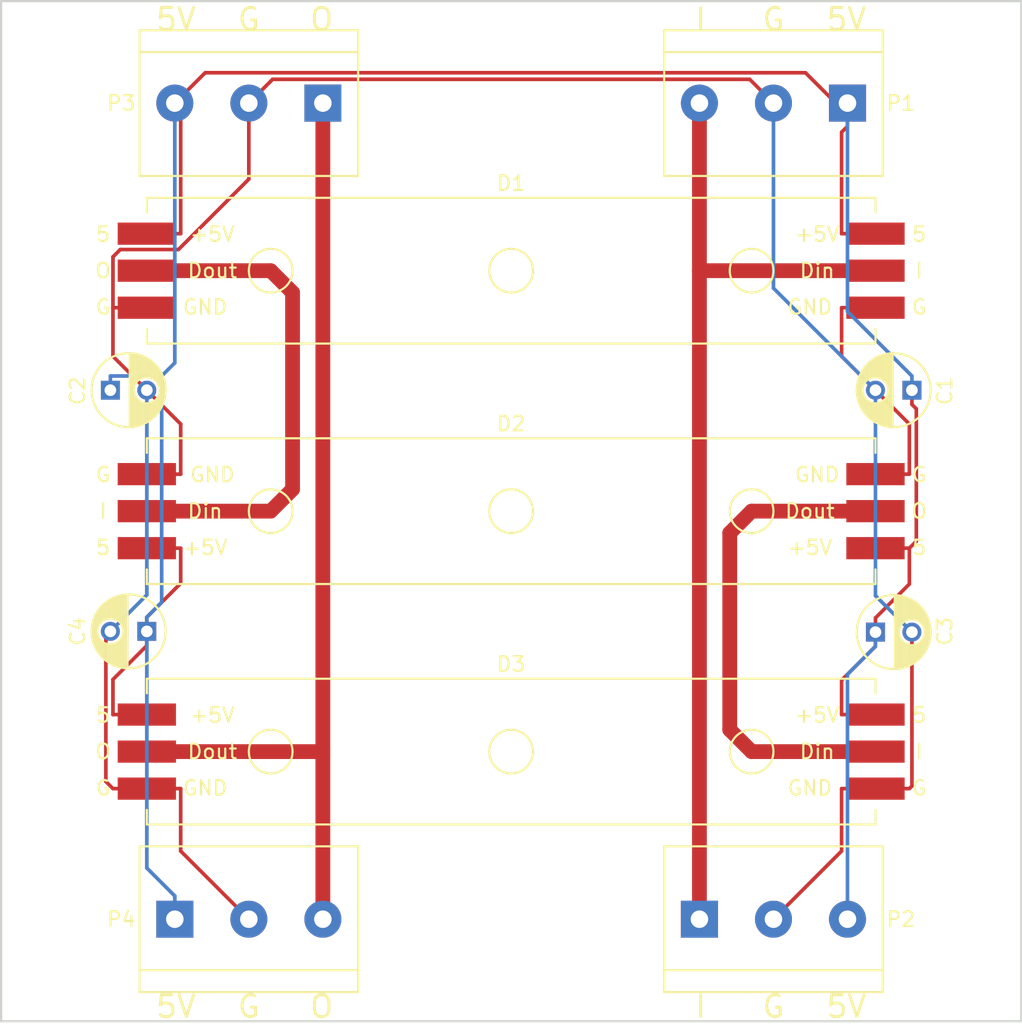
<source format=kicad_pcb>
(kicad_pcb (version 20171130) (host pcbnew "(5.1.12)-1")

  (general
    (thickness 1.6)
    (drawings 16)
    (tracks 102)
    (zones 0)
    (modules 11)
    (nets 7)
  )

  (page A4)
  (layers
    (0 F.Cu signal)
    (31 B.Cu signal)
    (32 B.Adhes user)
    (33 F.Adhes user)
    (34 B.Paste user)
    (35 F.Paste user)
    (36 B.SilkS user hide)
    (37 F.SilkS user)
    (38 B.Mask user)
    (39 F.Mask user)
    (40 Dwgs.User user)
    (41 Cmts.User user)
    (42 Eco1.User user)
    (43 Eco2.User user)
    (44 Edge.Cuts user)
    (45 Margin user)
    (46 B.CrtYd user)
    (47 F.CrtYd user)
    (48 B.Fab user)
    (49 F.Fab user hide)
  )

  (setup
    (last_trace_width 0.25)
    (user_trace_width 0.254)
    (user_trace_width 0.508)
    (user_trace_width 1.016)
    (user_trace_width 2.032)
    (user_trace_width 2.54)
    (trace_clearance 0.2)
    (zone_clearance 0.4)
    (zone_45_only no)
    (trace_min 0.2)
    (via_size 0.6)
    (via_drill 0.4)
    (via_min_size 0.4)
    (via_min_drill 0.3)
    (user_via 0.8 0.4)
    (user_via 1.2 0.6)
    (uvia_size 0.3)
    (uvia_drill 0.1)
    (uvias_allowed no)
    (uvia_min_size 0.2)
    (uvia_min_drill 0.1)
    (edge_width 0.15)
    (segment_width 0.2)
    (pcb_text_width 0.3)
    (pcb_text_size 1.5 1.5)
    (mod_edge_width 0.15)
    (mod_text_size 1 1)
    (mod_text_width 0.15)
    (pad_size 4 1.524)
    (pad_drill 0)
    (pad_to_mask_clearance 0.2)
    (aux_axis_origin 142.4 132.3)
    (grid_origin 177.4 97.3)
    (visible_elements 7FFEFFFF)
    (pcbplotparams
      (layerselection 0x00030_80000001)
      (usegerberextensions false)
      (usegerberattributes true)
      (usegerberadvancedattributes true)
      (creategerberjobfile true)
      (excludeedgelayer true)
      (linewidth 0.150000)
      (plotframeref false)
      (viasonmask false)
      (mode 1)
      (useauxorigin false)
      (hpglpennumber 1)
      (hpglpenspeed 20)
      (hpglpendiameter 15.000000)
      (psnegative false)
      (psa4output false)
      (plotreference true)
      (plotvalue true)
      (plotinvisibletext false)
      (padsonsilk false)
      (subtractmaskfromsilk false)
      (outputformat 1)
      (mirror false)
      (drillshape 1)
      (scaleselection 1)
      (outputdirectory ""))
  )

  (net 0 "")
  (net 1 +5V)
  (net 2 GND)
  (net 3 "Net-(D1-Pad2)")
  (net 4 "Net-(D1-Pad5)")
  (net 5 "Net-(D2-Pad5)")
  (net 6 "Net-(D3-Pad5)")

  (net_class Default "This is the default net class."
    (clearance 0.2)
    (trace_width 0.25)
    (via_dia 0.6)
    (via_drill 0.4)
    (uvia_dia 0.3)
    (uvia_drill 0.1)
    (add_net +5V)
    (add_net GND)
    (add_net "Net-(D1-Pad2)")
    (add_net "Net-(D1-Pad5)")
    (add_net "Net-(D2-Pad5)")
    (add_net "Net-(D3-Pad5)")
  )

  (module Connectors:bornier3 (layer F.Cu) (tedit 5912E7D3) (tstamp 0)
    (at 159.4 125.3)
    (descr "Bornier d'alimentation 3 pins")
    (tags DEV)
    (path /5912CCA6)
    (fp_text reference P4 (at -8.75 0) (layer F.SilkS)
      (effects (font (size 1 1) (thickness 0.15)))
    )
    (fp_text value CONN_01X03 (at 0 6) (layer F.Fab)
      (effects (font (size 1 1) (thickness 0.15)))
    )
    (fp_line (start -7.5 3.5) (end 7.5 3.5) (layer F.SilkS) (width 0.15))
    (fp_line (start -7.5 -5) (end 7.5 -5) (layer F.SilkS) (width 0.15))
    (fp_line (start 7.5 -5) (end 7.5 5) (layer F.SilkS) (width 0.15))
    (fp_line (start 7.5 5) (end -7.5 5) (layer F.SilkS) (width 0.15))
    (fp_line (start -7.5 5) (end -7.5 -5) (layer F.SilkS) (width 0.15))
    (pad 1 thru_hole rect (at -5.08 0) (size 2.54 2.54) (drill 1.2) (layers *.Cu *.Mask)
      (net 1 +5V))
    (pad 2 thru_hole circle (at 0 0) (size 2.54 2.54) (drill 1.2) (layers *.Cu *.Mask)
      (net 2 GND))
    (pad 3 thru_hole circle (at 5.08 0) (size 2.54 2.54) (drill 1.2) (layers *.Cu *.Mask)
      (net 6 "Net-(D3-Pad5)"))
    (model Connect.3dshapes/bornier3.wrl
      (at (xyz 0 0 0))
      (scale (xyz 1 1 1))
      (rotate (xyz 0 0 0))
    )
  )

  (module Connectors:bornier3 (layer F.Cu) (tedit 0) (tstamp 5913E7FA)
    (at 195.4 125.3)
    (descr "Bornier d'alimentation 3 pins")
    (tags DEV)
    (path /5912CE74)
    (fp_text reference P2 (at 8.75 0) (layer F.SilkS)
      (effects (font (size 1 1) (thickness 0.15)))
    )
    (fp_text value CONN_01X03 (at 0 6) (layer F.Fab)
      (effects (font (size 1 1) (thickness 0.15)))
    )
    (fp_line (start -7.5 3.5) (end 7.5 3.5) (layer F.SilkS) (width 0.15))
    (fp_line (start -7.5 -5) (end 7.5 -5) (layer F.SilkS) (width 0.15))
    (fp_line (start 7.5 -5) (end 7.5 5) (layer F.SilkS) (width 0.15))
    (fp_line (start 7.5 5) (end -7.5 5) (layer F.SilkS) (width 0.15))
    (fp_line (start -7.5 5) (end -7.5 -5) (layer F.SilkS) (width 0.15))
    (pad 1 thru_hole rect (at -5.08 0) (size 2.54 2.54) (drill 1.2) (layers *.Cu *.Mask)
      (net 3 "Net-(D1-Pad2)"))
    (pad 2 thru_hole circle (at 0 0) (size 2.54 2.54) (drill 1.2) (layers *.Cu *.Mask)
      (net 2 GND))
    (pad 3 thru_hole circle (at 5.08 0) (size 2.54 2.54) (drill 1.2) (layers *.Cu *.Mask)
      (net 1 +5V))
    (model Connect.3dshapes/bornier3.wrl
      (at (xyz 0 0 0))
      (scale (xyz 1 1 1))
      (rotate (xyz 0 0 0))
    )
  )

  (module Connectors:bornier3 (layer F.Cu) (tedit 5912E50C) (tstamp 0)
    (at 159.4 69.3 180)
    (descr "Bornier d'alimentation 3 pins")
    (tags DEV)
    (path /5912CB77)
    (fp_text reference P3 (at 8.75 0 180) (layer F.SilkS)
      (effects (font (size 1 1) (thickness 0.15)))
    )
    (fp_text value CONN_01X03 (at 0 6 180) (layer F.Fab)
      (effects (font (size 1 1) (thickness 0.15)))
    )
    (fp_line (start -7.5 3.5) (end 7.5 3.5) (layer F.SilkS) (width 0.15))
    (fp_line (start 7.5 -5) (end -7.5 -5) (layer F.SilkS) (width 0.15))
    (fp_line (start -7.5 -5) (end -7.5 5) (layer F.SilkS) (width 0.15))
    (fp_line (start -7.5 5) (end 7.5 5) (layer F.SilkS) (width 0.15))
    (fp_line (start 7.5 5) (end 7.5 -5) (layer F.SilkS) (width 0.15))
    (pad 1 thru_hole rect (at -5.08 0 180) (size 2.54 2.54) (drill 1.2) (layers *.Cu *.Mask)
      (net 6 "Net-(D3-Pad5)"))
    (pad 2 thru_hole circle (at 0 0 180) (size 2.54 2.54) (drill 1.2) (layers *.Cu *.Mask)
      (net 2 GND))
    (pad 3 thru_hole circle (at 5.08 0 180) (size 2.54 2.54) (drill 1.2) (layers *.Cu *.Mask)
      (net 1 +5V))
    (model Connect.3dshapes/bornier3.wrl
      (at (xyz 0 0 0))
      (scale (xyz 1 1 1))
      (rotate (xyz 0 0 0))
    )
  )

  (module Connectors:bornier3 (layer F.Cu) (tedit 5912E50F) (tstamp 5913E7EE)
    (at 195.4 69.3 180)
    (descr "Bornier d'alimentation 3 pins")
    (tags DEV)
    (path /5912CE1C)
    (fp_text reference P1 (at -8.75 0 180) (layer F.SilkS)
      (effects (font (size 1 1) (thickness 0.15)))
    )
    (fp_text value CONN_01X03 (at 0 6 180) (layer F.Fab)
      (effects (font (size 1 1) (thickness 0.15)))
    )
    (fp_line (start -7.5 3.5) (end 7.5 3.5) (layer F.SilkS) (width 0.15))
    (fp_line (start -7.5 -5) (end 7.5 -5) (layer F.SilkS) (width 0.15))
    (fp_line (start 7.5 -5) (end 7.5 5) (layer F.SilkS) (width 0.15))
    (fp_line (start 7.5 5) (end -7.5 5) (layer F.SilkS) (width 0.15))
    (fp_line (start -7.5 5) (end -7.5 -5) (layer F.SilkS) (width 0.15))
    (pad 1 thru_hole rect (at -5.08 0 180) (size 2.54 2.54) (drill 1.2) (layers *.Cu *.Mask)
      (net 1 +5V))
    (pad 2 thru_hole circle (at 0 0 180) (size 2.54 2.54) (drill 1.2) (layers *.Cu *.Mask)
      (net 2 GND))
    (pad 3 thru_hole circle (at 5.08 0 180) (size 2.54 2.54) (drill 1.2) (layers *.Cu *.Mask)
      (net 3 "Net-(D1-Pad2)"))
    (model Connect.3dshapes/bornier3.wrl
      (at (xyz 0 0 0))
      (scale (xyz 1 1 1))
      (rotate (xyz 0 0 0))
    )
  )

  (module Capacitors_THT:C_Radial_D5_L6_P2.5 (layer F.Cu) (tedit 5912EE15) (tstamp 5913F9A7)
    (at 152.4 105.55 180)
    (descr "Radial Electrolytic Capacitor Diameter 5mm x Length 6mm, Pitch 2.5mm")
    (tags "Electrolytic Capacitor")
    (path /59132E7D)
    (fp_text reference C4 (at 4.75 0 270) (layer F.SilkS)
      (effects (font (size 1 1) (thickness 0.15)))
    )
    (fp_text value 10u (at 1.25 3.8 180) (layer F.Fab)
      (effects (font (size 1 1) (thickness 0.15)))
    )
    (fp_line (start 1.325 -2.499) (end 1.325 2.499) (layer F.SilkS) (width 0.15))
    (fp_line (start 1.465 -2.491) (end 1.465 2.491) (layer F.SilkS) (width 0.15))
    (fp_line (start 1.605 -2.475) (end 1.605 -0.095) (layer F.SilkS) (width 0.15))
    (fp_line (start 1.605 0.095) (end 1.605 2.475) (layer F.SilkS) (width 0.15))
    (fp_line (start 1.745 -2.451) (end 1.745 -0.49) (layer F.SilkS) (width 0.15))
    (fp_line (start 1.745 0.49) (end 1.745 2.451) (layer F.SilkS) (width 0.15))
    (fp_line (start 1.885 -2.418) (end 1.885 -0.657) (layer F.SilkS) (width 0.15))
    (fp_line (start 1.885 0.657) (end 1.885 2.418) (layer F.SilkS) (width 0.15))
    (fp_line (start 2.025 -2.377) (end 2.025 -0.764) (layer F.SilkS) (width 0.15))
    (fp_line (start 2.025 0.764) (end 2.025 2.377) (layer F.SilkS) (width 0.15))
    (fp_line (start 2.165 -2.327) (end 2.165 -0.835) (layer F.SilkS) (width 0.15))
    (fp_line (start 2.165 0.835) (end 2.165 2.327) (layer F.SilkS) (width 0.15))
    (fp_line (start 2.305 -2.266) (end 2.305 -0.879) (layer F.SilkS) (width 0.15))
    (fp_line (start 2.305 0.879) (end 2.305 2.266) (layer F.SilkS) (width 0.15))
    (fp_line (start 2.445 -2.196) (end 2.445 -0.898) (layer F.SilkS) (width 0.15))
    (fp_line (start 2.445 0.898) (end 2.445 2.196) (layer F.SilkS) (width 0.15))
    (fp_line (start 2.585 -2.114) (end 2.585 -0.896) (layer F.SilkS) (width 0.15))
    (fp_line (start 2.585 0.896) (end 2.585 2.114) (layer F.SilkS) (width 0.15))
    (fp_line (start 2.725 -2.019) (end 2.725 -0.871) (layer F.SilkS) (width 0.15))
    (fp_line (start 2.725 0.871) (end 2.725 2.019) (layer F.SilkS) (width 0.15))
    (fp_line (start 2.865 -1.908) (end 2.865 -0.823) (layer F.SilkS) (width 0.15))
    (fp_line (start 2.865 0.823) (end 2.865 1.908) (layer F.SilkS) (width 0.15))
    (fp_line (start 3.005 -1.78) (end 3.005 -0.745) (layer F.SilkS) (width 0.15))
    (fp_line (start 3.005 0.745) (end 3.005 1.78) (layer F.SilkS) (width 0.15))
    (fp_line (start 3.145 -1.631) (end 3.145 -0.628) (layer F.SilkS) (width 0.15))
    (fp_line (start 3.145 0.628) (end 3.145 1.631) (layer F.SilkS) (width 0.15))
    (fp_line (start 3.285 -1.452) (end 3.285 -0.44) (layer F.SilkS) (width 0.15))
    (fp_line (start 3.285 0.44) (end 3.285 1.452) (layer F.SilkS) (width 0.15))
    (fp_line (start 3.425 -1.233) (end 3.425 1.233) (layer F.SilkS) (width 0.15))
    (fp_line (start 3.565 -0.944) (end 3.565 0.944) (layer F.SilkS) (width 0.15))
    (fp_line (start 3.705 -0.472) (end 3.705 0.472) (layer F.SilkS) (width 0.15))
    (fp_circle (center 2.5 0) (end 2.5 -0.9) (layer F.SilkS) (width 0.15))
    (fp_circle (center 1.25 0) (end 1.25 -2.5375) (layer F.SilkS) (width 0.15))
    (fp_circle (center 1.25 0) (end 1.25 -2.8) (layer F.CrtYd) (width 0.05))
    (pad 1 thru_hole rect (at 0 0 180) (size 1.3 1.3) (drill 0.8) (layers *.Cu *.Mask)
      (net 1 +5V))
    (pad 2 thru_hole circle (at 2.5 0 180) (size 1.3 1.3) (drill 0.8) (layers *.Cu *.Mask)
      (net 2 GND))
    (model Capacitors_ThroughHole.3dshapes/C_Radial_D5_L6_P2.5.wrl
      (offset (xyz 1.250000021226883 0 0))
      (scale (xyz 1 1 1))
      (rotate (xyz 0 0 90))
    )
  )

  (module Neowall:Neopixelx3 (layer F.Cu) (tedit 5912E4D3) (tstamp 5913EAC8)
    (at 152.4 97.3)
    (path /5912CAFF)
    (fp_text reference D2 (at 25 -6) (layer F.SilkS)
      (effects (font (size 1 1) (thickness 0.15)))
    )
    (fp_text value Neopixelx3 (at 26 -6) (layer F.Fab)
      (effects (font (size 1 1) (thickness 0.15)))
    )
    (fp_circle (center 8.5 0) (end 8.5 -1.5) (layer F.SilkS) (width 0.15))
    (fp_circle (center 41.5 0) (end 41.5 -1.5) (layer F.SilkS) (width 0.15))
    (fp_circle (center 25 0) (end 25 -1.5) (layer F.SilkS) (width 0.15))
    (fp_line (start 50 4) (end 50 5) (layer F.SilkS) (width 0.15))
    (fp_line (start 50 5) (end 0 5) (layer F.SilkS) (width 0.15))
    (fp_line (start 0 5) (end 0 4) (layer F.SilkS) (width 0.15))
    (fp_line (start 50 -5) (end 50 -4) (layer F.SilkS) (width 0.15))
    (fp_line (start 0 -4) (end 0 -5) (layer F.SilkS) (width 0.15))
    (fp_line (start 0 -5) (end 50 -5) (layer F.SilkS) (width 0.15))
    (fp_text user 5 (at 53 2.5) (layer F.SilkS)
      (effects (font (size 1 1) (thickness 0.15)))
    )
    (fp_text user O (at 53 0) (layer F.SilkS)
      (effects (font (size 1 1) (thickness 0.15)))
    )
    (fp_text user G (at 53 -2.5) (layer F.SilkS)
      (effects (font (size 1 1) (thickness 0.15)))
    )
    (fp_text user 5 (at -3 2.5) (layer F.SilkS)
      (effects (font (size 1 1) (thickness 0.15)))
    )
    (fp_text user I (at -3 0) (layer F.SilkS)
      (effects (font (size 1 1) (thickness 0.15)))
    )
    (fp_text user G (at -3 -2.5) (layer F.SilkS)
      (effects (font (size 1 1) (thickness 0.15)))
    )
    (fp_text user Dout (at 45.5 0) (layer F.SilkS)
      (effects (font (size 1 1) (thickness 0.15)))
    )
    (fp_text user Din (at 4 0) (layer F.SilkS)
      (effects (font (size 1 1) (thickness 0.15)))
    )
    (fp_text user +5V (at 45.5 2.5) (layer F.SilkS)
      (effects (font (size 1 1) (thickness 0.15)))
    )
    (fp_text user +5V (at 4 2.5) (layer F.SilkS)
      (effects (font (size 1 1) (thickness 0.15)))
    )
    (fp_text user GND (at 46 -2.5) (layer F.SilkS)
      (effects (font (size 1 1) (thickness 0.15)))
    )
    (fp_text user GND (at 4.5 -2.5) (layer F.SilkS)
      (effects (font (size 1 1) (thickness 0.15)))
    )
    (pad 1 smd rect (at 0 -2.54) (size 4 1.524) (layers F.Cu F.Paste F.Mask)
      (net 2 GND))
    (pad 2 smd rect (at 0 0) (size 4 1.524) (layers F.Cu F.Paste F.Mask)
      (net 4 "Net-(D1-Pad5)"))
    (pad 3 smd rect (at 0 2.54) (size 4 1.524) (layers F.Cu F.Paste F.Mask)
      (net 1 +5V) (thermal_width 0.5) (thermal_gap 0.8))
    (pad 4 smd rect (at 50 2.54) (size 4 1.524) (layers F.Cu F.Paste F.Mask)
      (net 1 +5V) (thermal_gap 0.8))
    (pad 5 smd rect (at 50 0) (size 4 1.524) (layers F.Cu F.Paste F.Mask)
      (net 5 "Net-(D2-Pad5)"))
    (pad 6 smd rect (at 50 -2.54) (size 4 1.524) (layers F.Cu F.Paste F.Mask)
      (net 2 GND))
  )

  (module Neowall:Neopixelx3 (layer F.Cu) (tedit 5912E4D9) (tstamp 5913EAE7)
    (at 202.4 113.8 180)
    (path /5912CB36)
    (fp_text reference D3 (at 25 6 180) (layer F.SilkS)
      (effects (font (size 1 1) (thickness 0.15)))
    )
    (fp_text value Neopixelx3 (at 26 -6 180) (layer F.Fab)
      (effects (font (size 1 1) (thickness 0.15)))
    )
    (fp_circle (center 8.5 0) (end 8.5 -1.5) (layer F.SilkS) (width 0.15))
    (fp_circle (center 41.5 0) (end 41.5 -1.5) (layer F.SilkS) (width 0.15))
    (fp_circle (center 25 0) (end 25 -1.5) (layer F.SilkS) (width 0.15))
    (fp_line (start 50 4) (end 50 5) (layer F.SilkS) (width 0.15))
    (fp_line (start 50 5) (end 0 5) (layer F.SilkS) (width 0.15))
    (fp_line (start 0 5) (end 0 4) (layer F.SilkS) (width 0.15))
    (fp_line (start 50 -5) (end 50 -4) (layer F.SilkS) (width 0.15))
    (fp_line (start 0 -4) (end 0 -5) (layer F.SilkS) (width 0.15))
    (fp_line (start 0 -5) (end 50 -5) (layer F.SilkS) (width 0.15))
    (fp_text user 5 (at 53 2.5 180) (layer F.SilkS)
      (effects (font (size 1 1) (thickness 0.15)))
    )
    (fp_text user O (at 53 0 180) (layer F.SilkS)
      (effects (font (size 1 1) (thickness 0.15)))
    )
    (fp_text user G (at 53 -2.5 180) (layer F.SilkS)
      (effects (font (size 1 1) (thickness 0.15)))
    )
    (fp_text user 5 (at -3 2.5 180) (layer F.SilkS)
      (effects (font (size 1 1) (thickness 0.15)))
    )
    (fp_text user I (at -3 0 180) (layer F.SilkS)
      (effects (font (size 1 1) (thickness 0.15)))
    )
    (fp_text user G (at -3 -2.5 180) (layer F.SilkS)
      (effects (font (size 1 1) (thickness 0.15)))
    )
    (fp_text user Dout (at 45.5 0 180) (layer F.SilkS)
      (effects (font (size 1 1) (thickness 0.15)))
    )
    (fp_text user Din (at 4 0 180) (layer F.SilkS)
      (effects (font (size 1 1) (thickness 0.15)))
    )
    (fp_text user +5V (at 45.5 2.5 180) (layer F.SilkS)
      (effects (font (size 1 1) (thickness 0.15)))
    )
    (fp_text user +5V (at 4 2.5 180) (layer F.SilkS)
      (effects (font (size 1 1) (thickness 0.15)))
    )
    (fp_text user GND (at 46 -2.5 180) (layer F.SilkS)
      (effects (font (size 1 1) (thickness 0.15)))
    )
    (fp_text user GND (at 4.5 -2.5 180) (layer F.SilkS)
      (effects (font (size 1 1) (thickness 0.15)))
    )
    (pad 1 smd rect (at 0 -2.54 180) (size 4 1.524) (layers F.Cu F.Paste F.Mask)
      (net 2 GND))
    (pad 2 smd rect (at 0 0 180) (size 4 1.524) (layers F.Cu F.Paste F.Mask)
      (net 5 "Net-(D2-Pad5)"))
    (pad 3 smd rect (at 0 2.54 180) (size 4 1.524) (layers F.Cu F.Paste F.Mask)
      (net 1 +5V) (thermal_width 0.5) (thermal_gap 0.8))
    (pad 4 smd rect (at 50 2.54 180) (size 4 1.524) (layers F.Cu F.Paste F.Mask)
      (net 1 +5V) (thermal_width 0.5) (thermal_gap 0.8))
    (pad 5 smd rect (at 50 0 180) (size 4 1.524) (layers F.Cu F.Paste F.Mask)
      (net 6 "Net-(D3-Pad5)"))
    (pad 6 smd rect (at 50 -2.54 180) (size 4 1.524) (layers F.Cu F.Paste F.Mask)
      (net 2 GND))
  )

  (module Capacitors_THT:C_Radial_D5_L6_P2.5 (layer F.Cu) (tedit 5912EE1C) (tstamp 5913F69B)
    (at 204.9 89 180)
    (descr "Radial Electrolytic Capacitor Diameter 5mm x Length 6mm, Pitch 2.5mm")
    (tags "Electrolytic Capacitor")
    (path /5912D9B2)
    (fp_text reference C1 (at -2.25 -0.05 270) (layer F.SilkS)
      (effects (font (size 1 1) (thickness 0.15)))
    )
    (fp_text value 10u (at 1.25 3.8 180) (layer F.Fab)
      (effects (font (size 1 1) (thickness 0.15)))
    )
    (fp_line (start 1.325 -2.499) (end 1.325 2.499) (layer F.SilkS) (width 0.15))
    (fp_line (start 1.465 -2.491) (end 1.465 2.491) (layer F.SilkS) (width 0.15))
    (fp_line (start 1.605 -2.475) (end 1.605 -0.095) (layer F.SilkS) (width 0.15))
    (fp_line (start 1.605 0.095) (end 1.605 2.475) (layer F.SilkS) (width 0.15))
    (fp_line (start 1.745 -2.451) (end 1.745 -0.49) (layer F.SilkS) (width 0.15))
    (fp_line (start 1.745 0.49) (end 1.745 2.451) (layer F.SilkS) (width 0.15))
    (fp_line (start 1.885 -2.418) (end 1.885 -0.657) (layer F.SilkS) (width 0.15))
    (fp_line (start 1.885 0.657) (end 1.885 2.418) (layer F.SilkS) (width 0.15))
    (fp_line (start 2.025 -2.377) (end 2.025 -0.764) (layer F.SilkS) (width 0.15))
    (fp_line (start 2.025 0.764) (end 2.025 2.377) (layer F.SilkS) (width 0.15))
    (fp_line (start 2.165 -2.327) (end 2.165 -0.835) (layer F.SilkS) (width 0.15))
    (fp_line (start 2.165 0.835) (end 2.165 2.327) (layer F.SilkS) (width 0.15))
    (fp_line (start 2.305 -2.266) (end 2.305 -0.879) (layer F.SilkS) (width 0.15))
    (fp_line (start 2.305 0.879) (end 2.305 2.266) (layer F.SilkS) (width 0.15))
    (fp_line (start 2.445 -2.196) (end 2.445 -0.898) (layer F.SilkS) (width 0.15))
    (fp_line (start 2.445 0.898) (end 2.445 2.196) (layer F.SilkS) (width 0.15))
    (fp_line (start 2.585 -2.114) (end 2.585 -0.896) (layer F.SilkS) (width 0.15))
    (fp_line (start 2.585 0.896) (end 2.585 2.114) (layer F.SilkS) (width 0.15))
    (fp_line (start 2.725 -2.019) (end 2.725 -0.871) (layer F.SilkS) (width 0.15))
    (fp_line (start 2.725 0.871) (end 2.725 2.019) (layer F.SilkS) (width 0.15))
    (fp_line (start 2.865 -1.908) (end 2.865 -0.823) (layer F.SilkS) (width 0.15))
    (fp_line (start 2.865 0.823) (end 2.865 1.908) (layer F.SilkS) (width 0.15))
    (fp_line (start 3.005 -1.78) (end 3.005 -0.745) (layer F.SilkS) (width 0.15))
    (fp_line (start 3.005 0.745) (end 3.005 1.78) (layer F.SilkS) (width 0.15))
    (fp_line (start 3.145 -1.631) (end 3.145 -0.628) (layer F.SilkS) (width 0.15))
    (fp_line (start 3.145 0.628) (end 3.145 1.631) (layer F.SilkS) (width 0.15))
    (fp_line (start 3.285 -1.452) (end 3.285 -0.44) (layer F.SilkS) (width 0.15))
    (fp_line (start 3.285 0.44) (end 3.285 1.452) (layer F.SilkS) (width 0.15))
    (fp_line (start 3.425 -1.233) (end 3.425 1.233) (layer F.SilkS) (width 0.15))
    (fp_line (start 3.565 -0.944) (end 3.565 0.944) (layer F.SilkS) (width 0.15))
    (fp_line (start 3.705 -0.472) (end 3.705 0.472) (layer F.SilkS) (width 0.15))
    (fp_circle (center 2.5 0) (end 2.5 -0.9) (layer F.SilkS) (width 0.15))
    (fp_circle (center 1.25 0) (end 1.25 -2.5375) (layer F.SilkS) (width 0.15))
    (fp_circle (center 1.25 0) (end 1.25 -2.8) (layer F.CrtYd) (width 0.05))
    (pad 1 thru_hole rect (at 0 0 180) (size 1.3 1.3) (drill 0.8) (layers *.Cu *.Mask)
      (net 1 +5V))
    (pad 2 thru_hole circle (at 2.5 0 180) (size 1.3 1.3) (drill 0.8) (layers *.Cu *.Mask)
      (net 2 GND))
    (model Capacitors_ThroughHole.3dshapes/C_Radial_D5_L6_P2.5.wrl
      (offset (xyz 1.250000021226883 0 0))
      (scale (xyz 1 1 1))
      (rotate (xyz 0 0 90))
    )
  )

  (module Neowall:Neopixelx3 (layer F.Cu) (tedit 5912E4CF) (tstamp 5913F6C2)
    (at 202.4 80.8 180)
    (path /5912CA4B)
    (fp_text reference D1 (at 25 6 180) (layer F.SilkS)
      (effects (font (size 1 1) (thickness 0.15)))
    )
    (fp_text value Neopixelx3 (at 26 -6 180) (layer F.Fab)
      (effects (font (size 1 1) (thickness 0.15)))
    )
    (fp_circle (center 8.5 0) (end 8.5 -1.5) (layer F.SilkS) (width 0.15))
    (fp_circle (center 41.5 0) (end 41.5 -1.5) (layer F.SilkS) (width 0.15))
    (fp_circle (center 25 0) (end 25 -1.5) (layer F.SilkS) (width 0.15))
    (fp_line (start 50 4) (end 50 5) (layer F.SilkS) (width 0.15))
    (fp_line (start 50 5) (end 0 5) (layer F.SilkS) (width 0.15))
    (fp_line (start 0 5) (end 0 4) (layer F.SilkS) (width 0.15))
    (fp_line (start 50 -5) (end 50 -4) (layer F.SilkS) (width 0.15))
    (fp_line (start 0 -4) (end 0 -5) (layer F.SilkS) (width 0.15))
    (fp_line (start 0 -5) (end 50 -5) (layer F.SilkS) (width 0.15))
    (fp_text user 5 (at 53 2.5 180) (layer F.SilkS)
      (effects (font (size 1 1) (thickness 0.15)))
    )
    (fp_text user O (at 53 0 180) (layer F.SilkS)
      (effects (font (size 1 1) (thickness 0.15)))
    )
    (fp_text user G (at 53 -2.5 180) (layer F.SilkS)
      (effects (font (size 1 1) (thickness 0.15)))
    )
    (fp_text user 5 (at -3 2.5 180) (layer F.SilkS)
      (effects (font (size 1 1) (thickness 0.15)))
    )
    (fp_text user I (at -3 0 180) (layer F.SilkS)
      (effects (font (size 1 1) (thickness 0.15)))
    )
    (fp_text user G (at -3 -2.5 180) (layer F.SilkS)
      (effects (font (size 1 1) (thickness 0.15)))
    )
    (fp_text user Dout (at 45.5 0 180) (layer F.SilkS)
      (effects (font (size 1 1) (thickness 0.15)))
    )
    (fp_text user Din (at 4 0 180) (layer F.SilkS)
      (effects (font (size 1 1) (thickness 0.15)))
    )
    (fp_text user +5V (at 45.5 2.5 180) (layer F.SilkS)
      (effects (font (size 1 1) (thickness 0.15)))
    )
    (fp_text user +5V (at 4 2.5 180) (layer F.SilkS)
      (effects (font (size 1 1) (thickness 0.15)))
    )
    (fp_text user GND (at 46 -2.5 180) (layer F.SilkS)
      (effects (font (size 1 1) (thickness 0.15)))
    )
    (fp_text user GND (at 4.5 -2.5 180) (layer F.SilkS)
      (effects (font (size 1 1) (thickness 0.15)))
    )
    (pad 1 smd rect (at 0 -2.54 180) (size 4 1.524) (layers F.Cu F.Paste F.Mask)
      (net 2 GND))
    (pad 2 smd rect (at 0 0 180) (size 4 1.524) (layers F.Cu F.Paste F.Mask)
      (net 3 "Net-(D1-Pad2)"))
    (pad 3 smd rect (at 0 2.54 180) (size 4 1.524) (layers F.Cu F.Paste F.Mask)
      (net 1 +5V) (thermal_width 0.5) (thermal_gap 0.8))
    (pad 4 smd rect (at 50 2.54 180) (size 4 1.524) (layers F.Cu F.Paste F.Mask)
      (net 1 +5V) (thermal_width 0.5) (thermal_gap 0.8))
    (pad 5 smd rect (at 50 0 180) (size 4 1.524) (layers F.Cu F.Paste F.Mask)
      (net 4 "Net-(D1-Pad5)"))
    (pad 6 smd rect (at 50 -2.54 180) (size 4 1.524) (layers F.Cu F.Paste F.Mask)
      (net 2 GND))
  )

  (module Capacitors_THT:C_Radial_D5_L6_P2.5 (layer F.Cu) (tedit 5912EE11) (tstamp 5913F957)
    (at 149.9 89)
    (descr "Radial Electrolytic Capacitor Diameter 5mm x Length 6mm, Pitch 2.5mm")
    (tags "Electrolytic Capacitor")
    (path /59132E18)
    (fp_text reference C2 (at -2.25 0.05 90) (layer F.SilkS)
      (effects (font (size 1 1) (thickness 0.15)))
    )
    (fp_text value 10u (at 1.25 3.8) (layer F.Fab)
      (effects (font (size 1 1) (thickness 0.15)))
    )
    (fp_line (start 1.325 -2.499) (end 1.325 2.499) (layer F.SilkS) (width 0.15))
    (fp_line (start 1.465 -2.491) (end 1.465 2.491) (layer F.SilkS) (width 0.15))
    (fp_line (start 1.605 -2.475) (end 1.605 -0.095) (layer F.SilkS) (width 0.15))
    (fp_line (start 1.605 0.095) (end 1.605 2.475) (layer F.SilkS) (width 0.15))
    (fp_line (start 1.745 -2.451) (end 1.745 -0.49) (layer F.SilkS) (width 0.15))
    (fp_line (start 1.745 0.49) (end 1.745 2.451) (layer F.SilkS) (width 0.15))
    (fp_line (start 1.885 -2.418) (end 1.885 -0.657) (layer F.SilkS) (width 0.15))
    (fp_line (start 1.885 0.657) (end 1.885 2.418) (layer F.SilkS) (width 0.15))
    (fp_line (start 2.025 -2.377) (end 2.025 -0.764) (layer F.SilkS) (width 0.15))
    (fp_line (start 2.025 0.764) (end 2.025 2.377) (layer F.SilkS) (width 0.15))
    (fp_line (start 2.165 -2.327) (end 2.165 -0.835) (layer F.SilkS) (width 0.15))
    (fp_line (start 2.165 0.835) (end 2.165 2.327) (layer F.SilkS) (width 0.15))
    (fp_line (start 2.305 -2.266) (end 2.305 -0.879) (layer F.SilkS) (width 0.15))
    (fp_line (start 2.305 0.879) (end 2.305 2.266) (layer F.SilkS) (width 0.15))
    (fp_line (start 2.445 -2.196) (end 2.445 -0.898) (layer F.SilkS) (width 0.15))
    (fp_line (start 2.445 0.898) (end 2.445 2.196) (layer F.SilkS) (width 0.15))
    (fp_line (start 2.585 -2.114) (end 2.585 -0.896) (layer F.SilkS) (width 0.15))
    (fp_line (start 2.585 0.896) (end 2.585 2.114) (layer F.SilkS) (width 0.15))
    (fp_line (start 2.725 -2.019) (end 2.725 -0.871) (layer F.SilkS) (width 0.15))
    (fp_line (start 2.725 0.871) (end 2.725 2.019) (layer F.SilkS) (width 0.15))
    (fp_line (start 2.865 -1.908) (end 2.865 -0.823) (layer F.SilkS) (width 0.15))
    (fp_line (start 2.865 0.823) (end 2.865 1.908) (layer F.SilkS) (width 0.15))
    (fp_line (start 3.005 -1.78) (end 3.005 -0.745) (layer F.SilkS) (width 0.15))
    (fp_line (start 3.005 0.745) (end 3.005 1.78) (layer F.SilkS) (width 0.15))
    (fp_line (start 3.145 -1.631) (end 3.145 -0.628) (layer F.SilkS) (width 0.15))
    (fp_line (start 3.145 0.628) (end 3.145 1.631) (layer F.SilkS) (width 0.15))
    (fp_line (start 3.285 -1.452) (end 3.285 -0.44) (layer F.SilkS) (width 0.15))
    (fp_line (start 3.285 0.44) (end 3.285 1.452) (layer F.SilkS) (width 0.15))
    (fp_line (start 3.425 -1.233) (end 3.425 1.233) (layer F.SilkS) (width 0.15))
    (fp_line (start 3.565 -0.944) (end 3.565 0.944) (layer F.SilkS) (width 0.15))
    (fp_line (start 3.705 -0.472) (end 3.705 0.472) (layer F.SilkS) (width 0.15))
    (fp_circle (center 2.5 0) (end 2.5 -0.9) (layer F.SilkS) (width 0.15))
    (fp_circle (center 1.25 0) (end 1.25 -2.5375) (layer F.SilkS) (width 0.15))
    (fp_circle (center 1.25 0) (end 1.25 -2.8) (layer F.CrtYd) (width 0.05))
    (pad 1 thru_hole rect (at 0 0) (size 1.3 1.3) (drill 0.8) (layers *.Cu *.Mask)
      (net 1 +5V))
    (pad 2 thru_hole circle (at 2.5 0) (size 1.3 1.3) (drill 0.8) (layers *.Cu *.Mask)
      (net 2 GND))
    (model Capacitors_ThroughHole.3dshapes/C_Radial_D5_L6_P2.5.wrl
      (offset (xyz 1.250000021226883 0 0))
      (scale (xyz 1 1 1))
      (rotate (xyz 0 0 90))
    )
  )

  (module Capacitors_THT:C_Radial_D5_L6_P2.5 (layer F.Cu) (tedit 5912EE22) (tstamp 5913F97F)
    (at 202.4 105.6)
    (descr "Radial Electrolytic Capacitor Diameter 5mm x Length 6mm, Pitch 2.5mm")
    (tags "Electrolytic Capacitor")
    (path /59132E49)
    (fp_text reference C3 (at 4.75 -0.05 90) (layer F.SilkS)
      (effects (font (size 1 1) (thickness 0.15)))
    )
    (fp_text value 10u (at 1.25 3.8) (layer F.Fab)
      (effects (font (size 1 1) (thickness 0.15)))
    )
    (fp_line (start 1.325 -2.499) (end 1.325 2.499) (layer F.SilkS) (width 0.15))
    (fp_line (start 1.465 -2.491) (end 1.465 2.491) (layer F.SilkS) (width 0.15))
    (fp_line (start 1.605 -2.475) (end 1.605 -0.095) (layer F.SilkS) (width 0.15))
    (fp_line (start 1.605 0.095) (end 1.605 2.475) (layer F.SilkS) (width 0.15))
    (fp_line (start 1.745 -2.451) (end 1.745 -0.49) (layer F.SilkS) (width 0.15))
    (fp_line (start 1.745 0.49) (end 1.745 2.451) (layer F.SilkS) (width 0.15))
    (fp_line (start 1.885 -2.418) (end 1.885 -0.657) (layer F.SilkS) (width 0.15))
    (fp_line (start 1.885 0.657) (end 1.885 2.418) (layer F.SilkS) (width 0.15))
    (fp_line (start 2.025 -2.377) (end 2.025 -0.764) (layer F.SilkS) (width 0.15))
    (fp_line (start 2.025 0.764) (end 2.025 2.377) (layer F.SilkS) (width 0.15))
    (fp_line (start 2.165 -2.327) (end 2.165 -0.835) (layer F.SilkS) (width 0.15))
    (fp_line (start 2.165 0.835) (end 2.165 2.327) (layer F.SilkS) (width 0.15))
    (fp_line (start 2.305 -2.266) (end 2.305 -0.879) (layer F.SilkS) (width 0.15))
    (fp_line (start 2.305 0.879) (end 2.305 2.266) (layer F.SilkS) (width 0.15))
    (fp_line (start 2.445 -2.196) (end 2.445 -0.898) (layer F.SilkS) (width 0.15))
    (fp_line (start 2.445 0.898) (end 2.445 2.196) (layer F.SilkS) (width 0.15))
    (fp_line (start 2.585 -2.114) (end 2.585 -0.896) (layer F.SilkS) (width 0.15))
    (fp_line (start 2.585 0.896) (end 2.585 2.114) (layer F.SilkS) (width 0.15))
    (fp_line (start 2.725 -2.019) (end 2.725 -0.871) (layer F.SilkS) (width 0.15))
    (fp_line (start 2.725 0.871) (end 2.725 2.019) (layer F.SilkS) (width 0.15))
    (fp_line (start 2.865 -1.908) (end 2.865 -0.823) (layer F.SilkS) (width 0.15))
    (fp_line (start 2.865 0.823) (end 2.865 1.908) (layer F.SilkS) (width 0.15))
    (fp_line (start 3.005 -1.78) (end 3.005 -0.745) (layer F.SilkS) (width 0.15))
    (fp_line (start 3.005 0.745) (end 3.005 1.78) (layer F.SilkS) (width 0.15))
    (fp_line (start 3.145 -1.631) (end 3.145 -0.628) (layer F.SilkS) (width 0.15))
    (fp_line (start 3.145 0.628) (end 3.145 1.631) (layer F.SilkS) (width 0.15))
    (fp_line (start 3.285 -1.452) (end 3.285 -0.44) (layer F.SilkS) (width 0.15))
    (fp_line (start 3.285 0.44) (end 3.285 1.452) (layer F.SilkS) (width 0.15))
    (fp_line (start 3.425 -1.233) (end 3.425 1.233) (layer F.SilkS) (width 0.15))
    (fp_line (start 3.565 -0.944) (end 3.565 0.944) (layer F.SilkS) (width 0.15))
    (fp_line (start 3.705 -0.472) (end 3.705 0.472) (layer F.SilkS) (width 0.15))
    (fp_circle (center 2.5 0) (end 2.5 -0.9) (layer F.SilkS) (width 0.15))
    (fp_circle (center 1.25 0) (end 1.25 -2.5375) (layer F.SilkS) (width 0.15))
    (fp_circle (center 1.25 0) (end 1.25 -2.8) (layer F.CrtYd) (width 0.05))
    (pad 1 thru_hole rect (at 0 0) (size 1.3 1.3) (drill 0.8) (layers *.Cu *.Mask)
      (net 1 +5V))
    (pad 2 thru_hole circle (at 2.5 0) (size 1.3 1.3) (drill 0.8) (layers *.Cu *.Mask)
      (net 2 GND))
    (model Capacitors_ThroughHole.3dshapes/C_Radial_D5_L6_P2.5.wrl
      (offset (xyz 1.250000021226883 0 0))
      (scale (xyz 1 1 1))
      (rotate (xyz 0 0 90))
    )
  )

  (gr_text I (at 190.4 63.55) (layer F.SilkS)
    (effects (font (size 1.5 1.5) (thickness 0.2)))
  )
  (gr_text O (at 164.4 63.55) (layer F.SilkS)
    (effects (font (size 1.5 1.5) (thickness 0.2)))
  )
  (gr_text G (at 159.4 63.55) (layer F.SilkS)
    (effects (font (size 1.5 1.5) (thickness 0.2)))
  )
  (gr_text G (at 195.4 63.55) (layer F.SilkS)
    (effects (font (size 1.5 1.5) (thickness 0.2)))
  )
  (gr_text 5V (at 200.4 63.55) (layer F.SilkS)
    (effects (font (size 1.5 1.5) (thickness 0.2)))
  )
  (gr_text 5V (at 154.4 63.55) (layer F.SilkS)
    (effects (font (size 1.5 1.5) (thickness 0.2)))
  )
  (gr_text I (at 190.4 131.3) (layer F.SilkS)
    (effects (font (size 1.5 1.5) (thickness 0.2)))
  )
  (gr_text G (at 195.4 131.3) (layer F.SilkS)
    (effects (font (size 1.5 1.5) (thickness 0.2)))
  )
  (gr_text 5V (at 200.4 131.3) (layer F.SilkS)
    (effects (font (size 1.5 1.5) (thickness 0.2)))
  )
  (gr_text O (at 164.4 131.3) (layer F.SilkS)
    (effects (font (size 1.5 1.5) (thickness 0.2)))
  )
  (gr_text G (at 159.4 131.3) (layer F.SilkS)
    (effects (font (size 1.5 1.5) (thickness 0.2)))
  )
  (gr_text 5V (at 154.4 131.3) (layer F.SilkS)
    (effects (font (size 1.5 1.5) (thickness 0.2)))
  )
  (gr_line (start 142.4 132.3) (end 212.4 132.3) (angle 90) (layer Edge.Cuts) (width 0.15))
  (gr_line (start 142.4 62.3) (end 142.4 132.3) (angle 90) (layer Edge.Cuts) (width 0.15))
  (gr_line (start 212.4 62.3) (end 142.4 62.3) (angle 90) (layer Edge.Cuts) (width 0.15))
  (gr_line (start 212.4 132.3) (end 212.4 62.3) (angle 90) (layer Edge.Cuts) (width 0.15))

  (segment (start 200.48 70.0975) (end 197.5996 67.2171) (width 0.25) (layer F.Cu) (net 1))
  (segment (start 197.5996 67.2171) (end 156.4029 67.2171) (width 0.25) (layer F.Cu) (net 1))
  (segment (start 156.4029 67.2171) (end 154.32 69.3) (width 0.25) (layer F.Cu) (net 1))
  (segment (start 200.48 70.0975) (end 200.48 70.8951) (width 0.25) (layer F.Cu) (net 1))
  (segment (start 200.48 69.3) (end 200.48 70.0975) (width 0.25) (layer F.Cu) (net 1))
  (segment (start 204.9 89) (end 204.9 88.0249) (width 0.25) (layer B.Cu) (net 1))
  (segment (start 200.48 69.3) (end 200.48 83.6049) (width 0.25) (layer B.Cu) (net 1))
  (segment (start 200.48 83.6049) (end 204.9 88.0249) (width 0.25) (layer B.Cu) (net 1))
  (segment (start 153.42 88.0249) (end 154.32 87.1249) (width 0.25) (layer B.Cu) (net 1))
  (segment (start 154.32 87.1249) (end 154.32 69.3) (width 0.25) (layer B.Cu) (net 1))
  (segment (start 149.9 88.0249) (end 153.42 88.0249) (width 0.25) (layer B.Cu) (net 1))
  (segment (start 153.42 88.0249) (end 153.42 103.5549) (width 0.25) (layer B.Cu) (net 1))
  (segment (start 153.42 103.5549) (end 152.4 104.5749) (width 0.25) (layer B.Cu) (net 1))
  (segment (start 152.4 105.55) (end 152.4 104.5749) (width 0.25) (layer B.Cu) (net 1))
  (segment (start 154.32 125.3) (end 154.32 123.7049) (width 0.25) (layer B.Cu) (net 1))
  (segment (start 152.4 105.55) (end 152.4 121.7849) (width 0.25) (layer B.Cu) (net 1))
  (segment (start 152.4 121.7849) (end 154.32 123.7049) (width 0.25) (layer B.Cu) (net 1))
  (segment (start 204.9 89) (end 204.9 89.9751) (width 0.25) (layer F.Cu) (net 1))
  (segment (start 204.9 89.9751) (end 205.2029 90.278) (width 0.25) (layer F.Cu) (net 1))
  (segment (start 205.2029 90.278) (end 205.2029 99.3622) (width 0.25) (layer F.Cu) (net 1))
  (segment (start 205.2029 99.3622) (end 204.7251 99.84) (width 0.25) (layer F.Cu) (net 1))
  (segment (start 149.9 89) (end 149.9 88.0249) (width 0.25) (layer B.Cu) (net 1))
  (segment (start 202.4 105.6) (end 202.4 106.5751) (width 0.25) (layer B.Cu) (net 1))
  (segment (start 202.4 106.5751) (end 200.48 108.4951) (width 0.25) (layer B.Cu) (net 1))
  (segment (start 200.48 108.4951) (end 200.48 125.3) (width 0.25) (layer B.Cu) (net 1))
  (segment (start 152.4 105.55) (end 152.4 104.5749) (width 0.25) (layer F.Cu) (net 1))
  (segment (start 152.4 99.84) (end 154.7251 99.84) (width 0.25) (layer F.Cu) (net 1))
  (segment (start 154.7251 99.84) (end 154.7251 102.2498) (width 0.25) (layer F.Cu) (net 1))
  (segment (start 154.7251 102.2498) (end 152.4 104.5749) (width 0.25) (layer F.Cu) (net 1))
  (segment (start 202.4 105.6) (end 202.4 104.6249) (width 0.25) (layer F.Cu) (net 1))
  (segment (start 202.4 99.84) (end 204.7251 99.84) (width 0.25) (layer F.Cu) (net 1))
  (segment (start 204.7251 99.84) (end 204.7251 102.2998) (width 0.25) (layer F.Cu) (net 1))
  (segment (start 204.7251 102.2998) (end 202.4 104.6249) (width 0.25) (layer F.Cu) (net 1))
  (segment (start 202.4 105.6) (end 202.4 106.5751) (width 0.25) (layer F.Cu) (net 1))
  (segment (start 202.4 111.26) (end 200.0749 111.26) (width 0.25) (layer F.Cu) (net 1))
  (segment (start 200.0749 111.26) (end 200.0749 108.9002) (width 0.25) (layer F.Cu) (net 1))
  (segment (start 200.0749 108.9002) (end 202.4 106.5751) (width 0.25) (layer F.Cu) (net 1))
  (segment (start 152.4 105.55) (end 152.4 106.5251) (width 0.25) (layer F.Cu) (net 1))
  (segment (start 152.4 111.26) (end 150.0749 111.26) (width 0.25) (layer F.Cu) (net 1))
  (segment (start 150.0749 111.26) (end 150.0749 108.8502) (width 0.25) (layer F.Cu) (net 1))
  (segment (start 150.0749 108.8502) (end 152.4 106.5251) (width 0.25) (layer F.Cu) (net 1))
  (segment (start 202.4 78.26) (end 200.0749 78.26) (width 0.25) (layer F.Cu) (net 1))
  (segment (start 200.0749 78.26) (end 200.0749 71.3002) (width 0.25) (layer F.Cu) (net 1))
  (segment (start 200.0749 71.3002) (end 200.48 70.8951) (width 0.25) (layer F.Cu) (net 1))
  (segment (start 152.4 78.26) (end 154.7251 78.26) (width 0.25) (layer F.Cu) (net 1))
  (segment (start 154.7251 78.26) (end 154.7251 69.7051) (width 0.25) (layer F.Cu) (net 1))
  (segment (start 154.7251 69.7051) (end 154.32 69.3) (width 0.25) (layer F.Cu) (net 1))
  (segment (start 195.4 69.3) (end 193.7672 67.6672) (width 0.25) (layer F.Cu) (net 2))
  (segment (start 193.7672 67.6672) (end 161.0328 67.6672) (width 0.25) (layer F.Cu) (net 2))
  (segment (start 161.0328 67.6672) (end 159.4 69.3) (width 0.25) (layer F.Cu) (net 2))
  (segment (start 195.4 69.3) (end 195.4 82) (width 0.25) (layer B.Cu) (net 2))
  (segment (start 195.4 82) (end 202.4 89) (width 0.25) (layer B.Cu) (net 2))
  (segment (start 159.4 69.3) (end 159.4 74.5163) (width 0.25) (layer F.Cu) (net 2))
  (segment (start 159.4 74.5163) (end 154.5691 79.3472) (width 0.25) (layer F.Cu) (net 2))
  (segment (start 154.5691 79.3472) (end 150.5811 79.3472) (width 0.25) (layer F.Cu) (net 2))
  (segment (start 150.5811 79.3472) (end 150.0749 79.8534) (width 0.25) (layer F.Cu) (net 2))
  (segment (start 150.0749 79.8534) (end 150.0749 83.34) (width 0.25) (layer F.Cu) (net 2))
  (segment (start 152.4 89) (end 152.4 103.05) (width 0.25) (layer B.Cu) (net 2))
  (segment (start 152.4 103.05) (end 149.9 105.55) (width 0.25) (layer B.Cu) (net 2))
  (segment (start 152.4 116.34) (end 150.0749 116.34) (width 0.25) (layer F.Cu) (net 2))
  (segment (start 149.9 105.55) (end 149.5887 105.8613) (width 0.25) (layer F.Cu) (net 2))
  (segment (start 149.5887 105.8613) (end 149.5887 115.8538) (width 0.25) (layer F.Cu) (net 2))
  (segment (start 149.5887 115.8538) (end 150.0749 116.34) (width 0.25) (layer F.Cu) (net 2))
  (segment (start 202.4 116.34) (end 204.7251 116.34) (width 0.25) (layer F.Cu) (net 2))
  (segment (start 204.9 105.6) (end 204.9 116.1651) (width 0.25) (layer F.Cu) (net 2))
  (segment (start 204.9 116.1651) (end 204.7251 116.34) (width 0.25) (layer F.Cu) (net 2))
  (segment (start 204.9 105.6) (end 202.4 103.1) (width 0.25) (layer B.Cu) (net 2))
  (segment (start 202.4 103.1) (end 202.4 89) (width 0.25) (layer B.Cu) (net 2))
  (segment (start 152.4 94.76) (end 154.7251 94.76) (width 0.25) (layer F.Cu) (net 2))
  (segment (start 154.7251 94.76) (end 154.7251 91.3251) (width 0.25) (layer F.Cu) (net 2))
  (segment (start 154.7251 91.3251) (end 152.4 89) (width 0.25) (layer F.Cu) (net 2))
  (segment (start 202.4 94.76) (end 204.7251 94.76) (width 0.25) (layer F.Cu) (net 2))
  (segment (start 204.7251 94.76) (end 204.7251 91.3251) (width 0.25) (layer F.Cu) (net 2))
  (segment (start 204.7251 91.3251) (end 202.4 89) (width 0.25) (layer F.Cu) (net 2))
  (segment (start 202.4 116.34) (end 200.0749 116.34) (width 0.25) (layer F.Cu) (net 2))
  (segment (start 200.0749 116.34) (end 200.0749 120.6251) (width 0.25) (layer F.Cu) (net 2))
  (segment (start 200.0749 120.6251) (end 195.4 125.3) (width 0.25) (layer F.Cu) (net 2))
  (segment (start 152.4 116.34) (end 154.7251 116.34) (width 0.25) (layer F.Cu) (net 2))
  (segment (start 154.7251 116.34) (end 154.7251 120.6251) (width 0.25) (layer F.Cu) (net 2))
  (segment (start 154.7251 120.6251) (end 159.4 125.3) (width 0.25) (layer F.Cu) (net 2))
  (segment (start 202.4 83.34) (end 200.0749 83.34) (width 0.25) (layer F.Cu) (net 2))
  (segment (start 200.0749 83.34) (end 200.0749 86.6749) (width 0.25) (layer F.Cu) (net 2))
  (segment (start 200.0749 86.6749) (end 202.4 89) (width 0.25) (layer F.Cu) (net 2))
  (segment (start 152.4 83.34) (end 150.0749 83.34) (width 0.25) (layer F.Cu) (net 2))
  (segment (start 150.0749 83.34) (end 150.0749 86.6749) (width 0.25) (layer F.Cu) (net 2))
  (segment (start 150.0749 86.6749) (end 152.4 89) (width 0.25) (layer F.Cu) (net 2))
  (segment (start 190.32 80.8) (end 190.32 125.3) (width 1.016) (layer F.Cu) (net 3))
  (segment (start 190.32 69.3) (end 190.32 80.8) (width 1.016) (layer F.Cu) (net 3))
  (segment (start 202.4 80.8) (end 190.32 80.8) (width 1.016) (layer F.Cu) (net 3))
  (segment (start 152.4 80.8) (end 160.9 80.8) (width 1.016) (layer F.Cu) (net 4))
  (segment (start 160.9 80.8) (end 162.4 82.3) (width 1.016) (layer F.Cu) (net 4))
  (segment (start 162.4 82.3) (end 162.4 95.8) (width 1.016) (layer F.Cu) (net 4))
  (segment (start 162.4 95.8) (end 160.9 97.3) (width 1.016) (layer F.Cu) (net 4))
  (segment (start 160.9 97.3) (end 152.4 97.3) (width 1.016) (layer F.Cu) (net 4))
  (segment (start 202.4 97.3) (end 193.9 97.3) (width 1.016) (layer F.Cu) (net 5))
  (segment (start 193.9 97.3) (end 192.4 98.8) (width 1.016) (layer F.Cu) (net 5))
  (segment (start 192.4 98.8) (end 192.4 112.3) (width 1.016) (layer F.Cu) (net 5))
  (segment (start 192.4 112.3) (end 193.9 113.8) (width 1.016) (layer F.Cu) (net 5))
  (segment (start 193.9 113.8) (end 202.4 113.8) (width 1.016) (layer F.Cu) (net 5))
  (segment (start 164.48 113.8) (end 164.48 69.3) (width 1.016) (layer F.Cu) (net 6))
  (segment (start 164.48 125.3) (end 164.48 113.8) (width 1.016) (layer F.Cu) (net 6))
  (segment (start 152.4 113.8) (end 164.48 113.8) (width 1.016) (layer F.Cu) (net 6))

)

</source>
